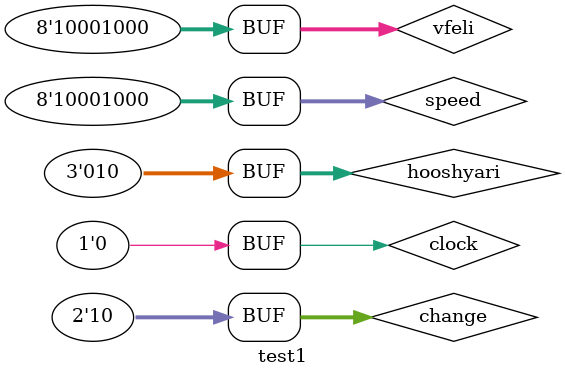
<source format=v>
`timescale 1ns / 1ps


module test1;

	// Inputs
	reg [7:0] speed;
	reg [7:0] vfeli;
	reg [2:0] hooshyari;
	reg [1:0] change;
	reg clock;

	// Outputs
	wire tormoz;
	wire [2:0] pashesh;
	wire gt;
	wire eq;
	wire lt;
	wire [1:0] changewire;
	wire [7:0] vout;

	// Instantiate the Unit Under Test (UUT)
	control uut (
		.speed(speed), 
		.vfeli(vfeli), 
		.hooshyari(hooshyari), 
		.change(change), 
		.clock(clock), 
		.tormoz(tormoz),
		.pashesh(pashesh), 
		.gt(gt), 
		.eq(eq), 
		.lt(lt), 
		.changewire(changewire), 
		.vout(vout)
	);  
  initial
		begin
				clock = 0;
				repeat(20)
				#80 clock = ~clock;
    end 
  
	initial begin
	
		speed = 8'b10001000;
		vfeli = 8'b10001000;
		hooshyari = 3'b011;
		change = 2'b11;
		// Wait 100 ns for global reset to finish
		#80;
		hooshyari = 3'b110;
      #100;
		change = 2'b10;
		hooshyari = 3'b010;
		// Add stimulus here

	end
      
endmodule


</source>
